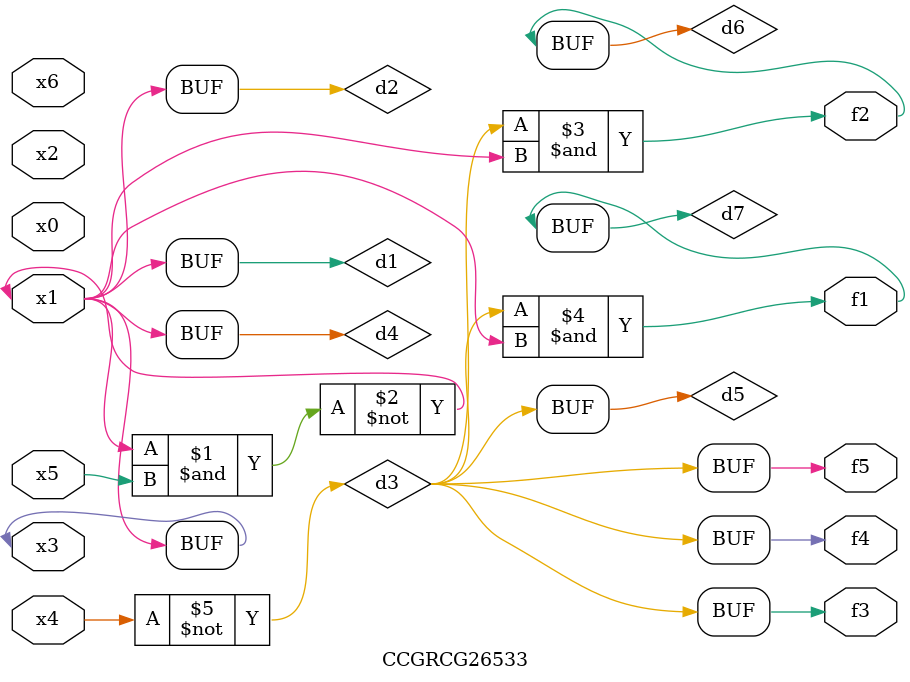
<source format=v>
module CCGRCG26533(
	input x0, x1, x2, x3, x4, x5, x6,
	output f1, f2, f3, f4, f5
);

	wire d1, d2, d3, d4, d5, d6, d7;

	buf (d1, x1, x3);
	nand (d2, x1, x5);
	not (d3, x4);
	buf (d4, d1, d2);
	buf (d5, d3);
	and (d6, d3, d4);
	and (d7, d3, d4);
	assign f1 = d7;
	assign f2 = d6;
	assign f3 = d5;
	assign f4 = d5;
	assign f5 = d5;
endmodule

</source>
